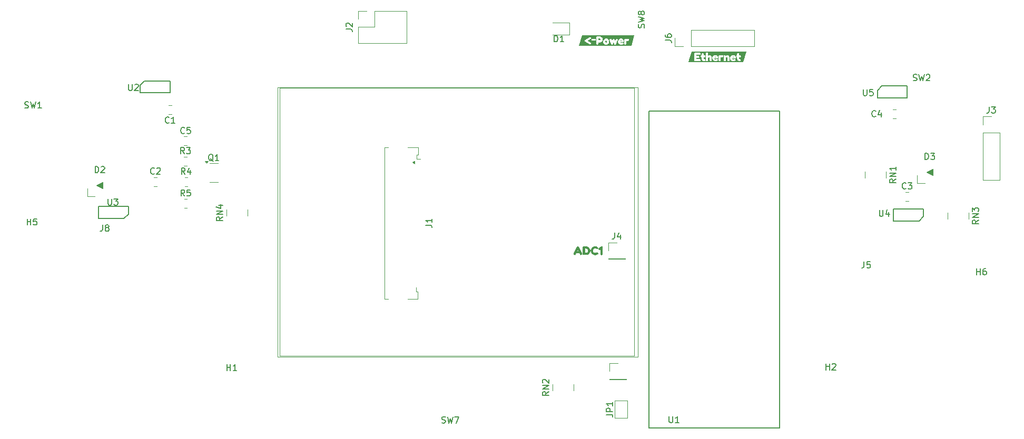
<source format=gbr>
%TF.GenerationSoftware,KiCad,Pcbnew,8.0.0*%
%TF.CreationDate,2024-07-15T05:39:07-05:00*%
%TF.ProjectId,MilkTastic,4d696c6b-5461-4737-9469-632e6b696361,rev?*%
%TF.SameCoordinates,Original*%
%TF.FileFunction,Legend,Top*%
%TF.FilePolarity,Positive*%
%FSLAX46Y46*%
G04 Gerber Fmt 4.6, Leading zero omitted, Abs format (unit mm)*
G04 Created by KiCad (PCBNEW 8.0.0) date 2024-07-15 05:39:07*
%MOMM*%
%LPD*%
G01*
G04 APERTURE LIST*
%ADD10C,0.100000*%
%ADD11C,0.150000*%
%ADD12C,0.000000*%
%ADD13C,0.120000*%
G04 APERTURE END LIST*
D10*
X121294256Y-36895514D02*
X179166814Y-36895514D01*
X179166814Y-80309050D01*
X121294256Y-80309050D01*
X121294256Y-36895514D01*
X121649486Y-36982034D02*
X178649486Y-36982034D01*
X178649486Y-80082034D01*
X121649486Y-80082034D01*
X121649486Y-36982034D01*
D11*
X235666666Y-40044819D02*
X235666666Y-40759104D01*
X235666666Y-40759104D02*
X235619047Y-40901961D01*
X235619047Y-40901961D02*
X235523809Y-40997200D01*
X235523809Y-40997200D02*
X235380952Y-41044819D01*
X235380952Y-41044819D02*
X235285714Y-41044819D01*
X236047619Y-40044819D02*
X236666666Y-40044819D01*
X236666666Y-40044819D02*
X236333333Y-40425771D01*
X236333333Y-40425771D02*
X236476190Y-40425771D01*
X236476190Y-40425771D02*
X236571428Y-40473390D01*
X236571428Y-40473390D02*
X236619047Y-40521009D01*
X236619047Y-40521009D02*
X236666666Y-40616247D01*
X236666666Y-40616247D02*
X236666666Y-40854342D01*
X236666666Y-40854342D02*
X236619047Y-40949580D01*
X236619047Y-40949580D02*
X236571428Y-40997200D01*
X236571428Y-40997200D02*
X236476190Y-41044819D01*
X236476190Y-41044819D02*
X236190476Y-41044819D01*
X236190476Y-41044819D02*
X236095238Y-40997200D01*
X236095238Y-40997200D02*
X236047619Y-40949580D01*
X81038095Y-59054819D02*
X81038095Y-58054819D01*
X81038095Y-58531009D02*
X81609523Y-58531009D01*
X81609523Y-59054819D02*
X81609523Y-58054819D01*
X82561904Y-58054819D02*
X82085714Y-58054819D01*
X82085714Y-58054819D02*
X82038095Y-58531009D01*
X82038095Y-58531009D02*
X82085714Y-58483390D01*
X82085714Y-58483390D02*
X82180952Y-58435771D01*
X82180952Y-58435771D02*
X82419047Y-58435771D01*
X82419047Y-58435771D02*
X82514285Y-58483390D01*
X82514285Y-58483390D02*
X82561904Y-58531009D01*
X82561904Y-58531009D02*
X82609523Y-58626247D01*
X82609523Y-58626247D02*
X82609523Y-58864342D01*
X82609523Y-58864342D02*
X82561904Y-58959580D01*
X82561904Y-58959580D02*
X82514285Y-59007200D01*
X82514285Y-59007200D02*
X82419047Y-59054819D01*
X82419047Y-59054819D02*
X82180952Y-59054819D01*
X82180952Y-59054819D02*
X82085714Y-59007200D01*
X82085714Y-59007200D02*
X82038095Y-58959580D01*
X106320833Y-47604819D02*
X105987500Y-47128628D01*
X105749405Y-47604819D02*
X105749405Y-46604819D01*
X105749405Y-46604819D02*
X106130357Y-46604819D01*
X106130357Y-46604819D02*
X106225595Y-46652438D01*
X106225595Y-46652438D02*
X106273214Y-46700057D01*
X106273214Y-46700057D02*
X106320833Y-46795295D01*
X106320833Y-46795295D02*
X106320833Y-46938152D01*
X106320833Y-46938152D02*
X106273214Y-47033390D01*
X106273214Y-47033390D02*
X106225595Y-47081009D01*
X106225595Y-47081009D02*
X106130357Y-47128628D01*
X106130357Y-47128628D02*
X105749405Y-47128628D01*
X106654167Y-46604819D02*
X107273214Y-46604819D01*
X107273214Y-46604819D02*
X106939881Y-46985771D01*
X106939881Y-46985771D02*
X107082738Y-46985771D01*
X107082738Y-46985771D02*
X107177976Y-47033390D01*
X107177976Y-47033390D02*
X107225595Y-47081009D01*
X107225595Y-47081009D02*
X107273214Y-47176247D01*
X107273214Y-47176247D02*
X107273214Y-47414342D01*
X107273214Y-47414342D02*
X107225595Y-47509580D01*
X107225595Y-47509580D02*
X107177976Y-47557200D01*
X107177976Y-47557200D02*
X107082738Y-47604819D01*
X107082738Y-47604819D02*
X106797024Y-47604819D01*
X106797024Y-47604819D02*
X106701786Y-47557200D01*
X106701786Y-47557200D02*
X106654167Y-47509580D01*
X113138095Y-82454819D02*
X113138095Y-81454819D01*
X113138095Y-81931009D02*
X113709523Y-81931009D01*
X113709523Y-82454819D02*
X113709523Y-81454819D01*
X114709523Y-82454819D02*
X114138095Y-82454819D01*
X114423809Y-82454819D02*
X114423809Y-81454819D01*
X114423809Y-81454819D02*
X114328571Y-81597676D01*
X114328571Y-81597676D02*
X114233333Y-81692914D01*
X114233333Y-81692914D02*
X114138095Y-81740533D01*
X217433333Y-41559580D02*
X217385714Y-41607200D01*
X217385714Y-41607200D02*
X217242857Y-41654819D01*
X217242857Y-41654819D02*
X217147619Y-41654819D01*
X217147619Y-41654819D02*
X217004762Y-41607200D01*
X217004762Y-41607200D02*
X216909524Y-41511961D01*
X216909524Y-41511961D02*
X216861905Y-41416723D01*
X216861905Y-41416723D02*
X216814286Y-41226247D01*
X216814286Y-41226247D02*
X216814286Y-41083390D01*
X216814286Y-41083390D02*
X216861905Y-40892914D01*
X216861905Y-40892914D02*
X216909524Y-40797676D01*
X216909524Y-40797676D02*
X217004762Y-40702438D01*
X217004762Y-40702438D02*
X217147619Y-40654819D01*
X217147619Y-40654819D02*
X217242857Y-40654819D01*
X217242857Y-40654819D02*
X217385714Y-40702438D01*
X217385714Y-40702438D02*
X217433333Y-40750057D01*
X218290476Y-40988152D02*
X218290476Y-41654819D01*
X218052381Y-40607200D02*
X217814286Y-41321485D01*
X217814286Y-41321485D02*
X218433333Y-41321485D01*
X233638095Y-67054819D02*
X233638095Y-66054819D01*
X233638095Y-66531009D02*
X234209523Y-66531009D01*
X234209523Y-67054819D02*
X234209523Y-66054819D01*
X235114285Y-66054819D02*
X234923809Y-66054819D01*
X234923809Y-66054819D02*
X234828571Y-66102438D01*
X234828571Y-66102438D02*
X234780952Y-66150057D01*
X234780952Y-66150057D02*
X234685714Y-66292914D01*
X234685714Y-66292914D02*
X234638095Y-66483390D01*
X234638095Y-66483390D02*
X234638095Y-66864342D01*
X234638095Y-66864342D02*
X234685714Y-66959580D01*
X234685714Y-66959580D02*
X234733333Y-67007200D01*
X234733333Y-67007200D02*
X234828571Y-67054819D01*
X234828571Y-67054819D02*
X235019047Y-67054819D01*
X235019047Y-67054819D02*
X235114285Y-67007200D01*
X235114285Y-67007200D02*
X235161904Y-66959580D01*
X235161904Y-66959580D02*
X235209523Y-66864342D01*
X235209523Y-66864342D02*
X235209523Y-66626247D01*
X235209523Y-66626247D02*
X235161904Y-66531009D01*
X235161904Y-66531009D02*
X235114285Y-66483390D01*
X235114285Y-66483390D02*
X235019047Y-66435771D01*
X235019047Y-66435771D02*
X234828571Y-66435771D01*
X234828571Y-66435771D02*
X234733333Y-66483390D01*
X234733333Y-66483390D02*
X234685714Y-66531009D01*
X234685714Y-66531009D02*
X234638095Y-66626247D01*
X94038095Y-54854819D02*
X94038095Y-55664342D01*
X94038095Y-55664342D02*
X94085714Y-55759580D01*
X94085714Y-55759580D02*
X94133333Y-55807200D01*
X94133333Y-55807200D02*
X94228571Y-55854819D01*
X94228571Y-55854819D02*
X94419047Y-55854819D01*
X94419047Y-55854819D02*
X94514285Y-55807200D01*
X94514285Y-55807200D02*
X94561904Y-55759580D01*
X94561904Y-55759580D02*
X94609523Y-55664342D01*
X94609523Y-55664342D02*
X94609523Y-54854819D01*
X94990476Y-54854819D02*
X95609523Y-54854819D01*
X95609523Y-54854819D02*
X95276190Y-55235771D01*
X95276190Y-55235771D02*
X95419047Y-55235771D01*
X95419047Y-55235771D02*
X95514285Y-55283390D01*
X95514285Y-55283390D02*
X95561904Y-55331009D01*
X95561904Y-55331009D02*
X95609523Y-55426247D01*
X95609523Y-55426247D02*
X95609523Y-55664342D01*
X95609523Y-55664342D02*
X95561904Y-55759580D01*
X95561904Y-55759580D02*
X95514285Y-55807200D01*
X95514285Y-55807200D02*
X95419047Y-55854819D01*
X95419047Y-55854819D02*
X95133333Y-55854819D01*
X95133333Y-55854819D02*
X95038095Y-55807200D01*
X95038095Y-55807200D02*
X94990476Y-55759580D01*
X80666667Y-40207200D02*
X80809524Y-40254819D01*
X80809524Y-40254819D02*
X81047619Y-40254819D01*
X81047619Y-40254819D02*
X81142857Y-40207200D01*
X81142857Y-40207200D02*
X81190476Y-40159580D01*
X81190476Y-40159580D02*
X81238095Y-40064342D01*
X81238095Y-40064342D02*
X81238095Y-39969104D01*
X81238095Y-39969104D02*
X81190476Y-39873866D01*
X81190476Y-39873866D02*
X81142857Y-39826247D01*
X81142857Y-39826247D02*
X81047619Y-39778628D01*
X81047619Y-39778628D02*
X80857143Y-39731009D01*
X80857143Y-39731009D02*
X80761905Y-39683390D01*
X80761905Y-39683390D02*
X80714286Y-39635771D01*
X80714286Y-39635771D02*
X80666667Y-39540533D01*
X80666667Y-39540533D02*
X80666667Y-39445295D01*
X80666667Y-39445295D02*
X80714286Y-39350057D01*
X80714286Y-39350057D02*
X80761905Y-39302438D01*
X80761905Y-39302438D02*
X80857143Y-39254819D01*
X80857143Y-39254819D02*
X81095238Y-39254819D01*
X81095238Y-39254819D02*
X81238095Y-39302438D01*
X81571429Y-39254819D02*
X81809524Y-40254819D01*
X81809524Y-40254819D02*
X82000000Y-39540533D01*
X82000000Y-39540533D02*
X82190476Y-40254819D01*
X82190476Y-40254819D02*
X82428572Y-39254819D01*
X83333333Y-40254819D02*
X82761905Y-40254819D01*
X83047619Y-40254819D02*
X83047619Y-39254819D01*
X83047619Y-39254819D02*
X82952381Y-39397676D01*
X82952381Y-39397676D02*
X82857143Y-39492914D01*
X82857143Y-39492914D02*
X82761905Y-39540533D01*
X132284819Y-27563333D02*
X132999104Y-27563333D01*
X132999104Y-27563333D02*
X133141961Y-27610952D01*
X133141961Y-27610952D02*
X133237200Y-27706190D01*
X133237200Y-27706190D02*
X133284819Y-27849047D01*
X133284819Y-27849047D02*
X133284819Y-27944285D01*
X132380057Y-27134761D02*
X132332438Y-27087142D01*
X132332438Y-27087142D02*
X132284819Y-26991904D01*
X132284819Y-26991904D02*
X132284819Y-26753809D01*
X132284819Y-26753809D02*
X132332438Y-26658571D01*
X132332438Y-26658571D02*
X132380057Y-26610952D01*
X132380057Y-26610952D02*
X132475295Y-26563333D01*
X132475295Y-26563333D02*
X132570533Y-26563333D01*
X132570533Y-26563333D02*
X132713390Y-26610952D01*
X132713390Y-26610952D02*
X133284819Y-27182380D01*
X133284819Y-27182380D02*
X133284819Y-26563333D01*
X112454819Y-57790476D02*
X111978628Y-58123809D01*
X112454819Y-58361904D02*
X111454819Y-58361904D01*
X111454819Y-58361904D02*
X111454819Y-57980952D01*
X111454819Y-57980952D02*
X111502438Y-57885714D01*
X111502438Y-57885714D02*
X111550057Y-57838095D01*
X111550057Y-57838095D02*
X111645295Y-57790476D01*
X111645295Y-57790476D02*
X111788152Y-57790476D01*
X111788152Y-57790476D02*
X111883390Y-57838095D01*
X111883390Y-57838095D02*
X111931009Y-57885714D01*
X111931009Y-57885714D02*
X111978628Y-57980952D01*
X111978628Y-57980952D02*
X111978628Y-58361904D01*
X112454819Y-57361904D02*
X111454819Y-57361904D01*
X111454819Y-57361904D02*
X112454819Y-56790476D01*
X112454819Y-56790476D02*
X111454819Y-56790476D01*
X111788152Y-55885714D02*
X112454819Y-55885714D01*
X111407200Y-56123809D02*
X112121485Y-56361904D01*
X112121485Y-56361904D02*
X112121485Y-55742857D01*
X103833333Y-42579580D02*
X103785714Y-42627200D01*
X103785714Y-42627200D02*
X103642857Y-42674819D01*
X103642857Y-42674819D02*
X103547619Y-42674819D01*
X103547619Y-42674819D02*
X103404762Y-42627200D01*
X103404762Y-42627200D02*
X103309524Y-42531961D01*
X103309524Y-42531961D02*
X103261905Y-42436723D01*
X103261905Y-42436723D02*
X103214286Y-42246247D01*
X103214286Y-42246247D02*
X103214286Y-42103390D01*
X103214286Y-42103390D02*
X103261905Y-41912914D01*
X103261905Y-41912914D02*
X103309524Y-41817676D01*
X103309524Y-41817676D02*
X103404762Y-41722438D01*
X103404762Y-41722438D02*
X103547619Y-41674819D01*
X103547619Y-41674819D02*
X103642857Y-41674819D01*
X103642857Y-41674819D02*
X103785714Y-41722438D01*
X103785714Y-41722438D02*
X103833333Y-41770057D01*
X104785714Y-42674819D02*
X104214286Y-42674819D01*
X104500000Y-42674819D02*
X104500000Y-41674819D01*
X104500000Y-41674819D02*
X104404762Y-41817676D01*
X104404762Y-41817676D02*
X104309524Y-41912914D01*
X104309524Y-41912914D02*
X104214286Y-41960533D01*
X183584819Y-29333333D02*
X184299104Y-29333333D01*
X184299104Y-29333333D02*
X184441961Y-29380952D01*
X184441961Y-29380952D02*
X184537200Y-29476190D01*
X184537200Y-29476190D02*
X184584819Y-29619047D01*
X184584819Y-29619047D02*
X184584819Y-29714285D01*
X183584819Y-28428571D02*
X183584819Y-28619047D01*
X183584819Y-28619047D02*
X183632438Y-28714285D01*
X183632438Y-28714285D02*
X183680057Y-28761904D01*
X183680057Y-28761904D02*
X183822914Y-28857142D01*
X183822914Y-28857142D02*
X184013390Y-28904761D01*
X184013390Y-28904761D02*
X184394342Y-28904761D01*
X184394342Y-28904761D02*
X184489580Y-28857142D01*
X184489580Y-28857142D02*
X184537200Y-28809523D01*
X184537200Y-28809523D02*
X184584819Y-28714285D01*
X184584819Y-28714285D02*
X184584819Y-28523809D01*
X184584819Y-28523809D02*
X184537200Y-28428571D01*
X184537200Y-28428571D02*
X184489580Y-28380952D01*
X184489580Y-28380952D02*
X184394342Y-28333333D01*
X184394342Y-28333333D02*
X184156247Y-28333333D01*
X184156247Y-28333333D02*
X184061009Y-28380952D01*
X184061009Y-28380952D02*
X184013390Y-28428571D01*
X184013390Y-28428571D02*
X183965771Y-28523809D01*
X183965771Y-28523809D02*
X183965771Y-28714285D01*
X183965771Y-28714285D02*
X184013390Y-28809523D01*
X184013390Y-28809523D02*
X184061009Y-28857142D01*
X184061009Y-28857142D02*
X184156247Y-28904761D01*
X220654819Y-51690476D02*
X220178628Y-52023809D01*
X220654819Y-52261904D02*
X219654819Y-52261904D01*
X219654819Y-52261904D02*
X219654819Y-51880952D01*
X219654819Y-51880952D02*
X219702438Y-51785714D01*
X219702438Y-51785714D02*
X219750057Y-51738095D01*
X219750057Y-51738095D02*
X219845295Y-51690476D01*
X219845295Y-51690476D02*
X219988152Y-51690476D01*
X219988152Y-51690476D02*
X220083390Y-51738095D01*
X220083390Y-51738095D02*
X220131009Y-51785714D01*
X220131009Y-51785714D02*
X220178628Y-51880952D01*
X220178628Y-51880952D02*
X220178628Y-52261904D01*
X220654819Y-51261904D02*
X219654819Y-51261904D01*
X219654819Y-51261904D02*
X220654819Y-50690476D01*
X220654819Y-50690476D02*
X219654819Y-50690476D01*
X220654819Y-49690476D02*
X220654819Y-50261904D01*
X220654819Y-49976190D02*
X219654819Y-49976190D01*
X219654819Y-49976190D02*
X219797676Y-50071428D01*
X219797676Y-50071428D02*
X219892914Y-50166666D01*
X219892914Y-50166666D02*
X219940533Y-50261904D01*
X101483333Y-50779580D02*
X101435714Y-50827200D01*
X101435714Y-50827200D02*
X101292857Y-50874819D01*
X101292857Y-50874819D02*
X101197619Y-50874819D01*
X101197619Y-50874819D02*
X101054762Y-50827200D01*
X101054762Y-50827200D02*
X100959524Y-50731961D01*
X100959524Y-50731961D02*
X100911905Y-50636723D01*
X100911905Y-50636723D02*
X100864286Y-50446247D01*
X100864286Y-50446247D02*
X100864286Y-50303390D01*
X100864286Y-50303390D02*
X100911905Y-50112914D01*
X100911905Y-50112914D02*
X100959524Y-50017676D01*
X100959524Y-50017676D02*
X101054762Y-49922438D01*
X101054762Y-49922438D02*
X101197619Y-49874819D01*
X101197619Y-49874819D02*
X101292857Y-49874819D01*
X101292857Y-49874819D02*
X101435714Y-49922438D01*
X101435714Y-49922438D02*
X101483333Y-49970057D01*
X101864286Y-49970057D02*
X101911905Y-49922438D01*
X101911905Y-49922438D02*
X102007143Y-49874819D01*
X102007143Y-49874819D02*
X102245238Y-49874819D01*
X102245238Y-49874819D02*
X102340476Y-49922438D01*
X102340476Y-49922438D02*
X102388095Y-49970057D01*
X102388095Y-49970057D02*
X102435714Y-50065295D01*
X102435714Y-50065295D02*
X102435714Y-50160533D01*
X102435714Y-50160533D02*
X102388095Y-50303390D01*
X102388095Y-50303390D02*
X101816667Y-50874819D01*
X101816667Y-50874819D02*
X102435714Y-50874819D01*
X209438095Y-82354819D02*
X209438095Y-81354819D01*
X209438095Y-81831009D02*
X210009523Y-81831009D01*
X210009523Y-82354819D02*
X210009523Y-81354819D01*
X210438095Y-81450057D02*
X210485714Y-81402438D01*
X210485714Y-81402438D02*
X210580952Y-81354819D01*
X210580952Y-81354819D02*
X210819047Y-81354819D01*
X210819047Y-81354819D02*
X210914285Y-81402438D01*
X210914285Y-81402438D02*
X210961904Y-81450057D01*
X210961904Y-81450057D02*
X211009523Y-81545295D01*
X211009523Y-81545295D02*
X211009523Y-81640533D01*
X211009523Y-81640533D02*
X210961904Y-81783390D01*
X210961904Y-81783390D02*
X210390476Y-82354819D01*
X210390476Y-82354819D02*
X211009523Y-82354819D01*
X218038095Y-56654819D02*
X218038095Y-57464342D01*
X218038095Y-57464342D02*
X218085714Y-57559580D01*
X218085714Y-57559580D02*
X218133333Y-57607200D01*
X218133333Y-57607200D02*
X218228571Y-57654819D01*
X218228571Y-57654819D02*
X218419047Y-57654819D01*
X218419047Y-57654819D02*
X218514285Y-57607200D01*
X218514285Y-57607200D02*
X218561904Y-57559580D01*
X218561904Y-57559580D02*
X218609523Y-57464342D01*
X218609523Y-57464342D02*
X218609523Y-56654819D01*
X219514285Y-56988152D02*
X219514285Y-57654819D01*
X219276190Y-56607200D02*
X219038095Y-57321485D01*
X219038095Y-57321485D02*
X219657142Y-57321485D01*
X215566666Y-64954819D02*
X215566666Y-65669104D01*
X215566666Y-65669104D02*
X215519047Y-65811961D01*
X215519047Y-65811961D02*
X215423809Y-65907200D01*
X215423809Y-65907200D02*
X215280952Y-65954819D01*
X215280952Y-65954819D02*
X215185714Y-65954819D01*
X216519047Y-64954819D02*
X216042857Y-64954819D01*
X216042857Y-64954819D02*
X215995238Y-65431009D01*
X215995238Y-65431009D02*
X216042857Y-65383390D01*
X216042857Y-65383390D02*
X216138095Y-65335771D01*
X216138095Y-65335771D02*
X216376190Y-65335771D01*
X216376190Y-65335771D02*
X216471428Y-65383390D01*
X216471428Y-65383390D02*
X216519047Y-65431009D01*
X216519047Y-65431009D02*
X216566666Y-65526247D01*
X216566666Y-65526247D02*
X216566666Y-65764342D01*
X216566666Y-65764342D02*
X216519047Y-65859580D01*
X216519047Y-65859580D02*
X216471428Y-65907200D01*
X216471428Y-65907200D02*
X216376190Y-65954819D01*
X216376190Y-65954819D02*
X216138095Y-65954819D01*
X216138095Y-65954819D02*
X216042857Y-65907200D01*
X216042857Y-65907200D02*
X215995238Y-65859580D01*
X180207200Y-27333332D02*
X180254819Y-27190475D01*
X180254819Y-27190475D02*
X180254819Y-26952380D01*
X180254819Y-26952380D02*
X180207200Y-26857142D01*
X180207200Y-26857142D02*
X180159580Y-26809523D01*
X180159580Y-26809523D02*
X180064342Y-26761904D01*
X180064342Y-26761904D02*
X179969104Y-26761904D01*
X179969104Y-26761904D02*
X179873866Y-26809523D01*
X179873866Y-26809523D02*
X179826247Y-26857142D01*
X179826247Y-26857142D02*
X179778628Y-26952380D01*
X179778628Y-26952380D02*
X179731009Y-27142856D01*
X179731009Y-27142856D02*
X179683390Y-27238094D01*
X179683390Y-27238094D02*
X179635771Y-27285713D01*
X179635771Y-27285713D02*
X179540533Y-27333332D01*
X179540533Y-27333332D02*
X179445295Y-27333332D01*
X179445295Y-27333332D02*
X179350057Y-27285713D01*
X179350057Y-27285713D02*
X179302438Y-27238094D01*
X179302438Y-27238094D02*
X179254819Y-27142856D01*
X179254819Y-27142856D02*
X179254819Y-26904761D01*
X179254819Y-26904761D02*
X179302438Y-26761904D01*
X179254819Y-26428570D02*
X180254819Y-26190475D01*
X180254819Y-26190475D02*
X179540533Y-25999999D01*
X179540533Y-25999999D02*
X180254819Y-25809523D01*
X180254819Y-25809523D02*
X179254819Y-25571428D01*
X179683390Y-25047618D02*
X179635771Y-25142856D01*
X179635771Y-25142856D02*
X179588152Y-25190475D01*
X179588152Y-25190475D02*
X179492914Y-25238094D01*
X179492914Y-25238094D02*
X179445295Y-25238094D01*
X179445295Y-25238094D02*
X179350057Y-25190475D01*
X179350057Y-25190475D02*
X179302438Y-25142856D01*
X179302438Y-25142856D02*
X179254819Y-25047618D01*
X179254819Y-25047618D02*
X179254819Y-24857142D01*
X179254819Y-24857142D02*
X179302438Y-24761904D01*
X179302438Y-24761904D02*
X179350057Y-24714285D01*
X179350057Y-24714285D02*
X179445295Y-24666666D01*
X179445295Y-24666666D02*
X179492914Y-24666666D01*
X179492914Y-24666666D02*
X179588152Y-24714285D01*
X179588152Y-24714285D02*
X179635771Y-24761904D01*
X179635771Y-24761904D02*
X179683390Y-24857142D01*
X179683390Y-24857142D02*
X179683390Y-25047618D01*
X179683390Y-25047618D02*
X179731009Y-25142856D01*
X179731009Y-25142856D02*
X179778628Y-25190475D01*
X179778628Y-25190475D02*
X179873866Y-25238094D01*
X179873866Y-25238094D02*
X180064342Y-25238094D01*
X180064342Y-25238094D02*
X180159580Y-25190475D01*
X180159580Y-25190475D02*
X180207200Y-25142856D01*
X180207200Y-25142856D02*
X180254819Y-25047618D01*
X180254819Y-25047618D02*
X180254819Y-24857142D01*
X180254819Y-24857142D02*
X180207200Y-24761904D01*
X180207200Y-24761904D02*
X180159580Y-24714285D01*
X180159580Y-24714285D02*
X180064342Y-24666666D01*
X180064342Y-24666666D02*
X179873866Y-24666666D01*
X179873866Y-24666666D02*
X179778628Y-24714285D01*
X179778628Y-24714285D02*
X179731009Y-24761904D01*
X179731009Y-24761904D02*
X179683390Y-24857142D01*
X110942261Y-48800057D02*
X110847023Y-48752438D01*
X110847023Y-48752438D02*
X110751785Y-48657200D01*
X110751785Y-48657200D02*
X110608928Y-48514342D01*
X110608928Y-48514342D02*
X110513690Y-48466723D01*
X110513690Y-48466723D02*
X110418452Y-48466723D01*
X110466071Y-48704819D02*
X110370833Y-48657200D01*
X110370833Y-48657200D02*
X110275595Y-48561961D01*
X110275595Y-48561961D02*
X110227976Y-48371485D01*
X110227976Y-48371485D02*
X110227976Y-48038152D01*
X110227976Y-48038152D02*
X110275595Y-47847676D01*
X110275595Y-47847676D02*
X110370833Y-47752438D01*
X110370833Y-47752438D02*
X110466071Y-47704819D01*
X110466071Y-47704819D02*
X110656547Y-47704819D01*
X110656547Y-47704819D02*
X110751785Y-47752438D01*
X110751785Y-47752438D02*
X110847023Y-47847676D01*
X110847023Y-47847676D02*
X110894642Y-48038152D01*
X110894642Y-48038152D02*
X110894642Y-48371485D01*
X110894642Y-48371485D02*
X110847023Y-48561961D01*
X110847023Y-48561961D02*
X110751785Y-48657200D01*
X110751785Y-48657200D02*
X110656547Y-48704819D01*
X110656547Y-48704819D02*
X110466071Y-48704819D01*
X111847023Y-48704819D02*
X111275595Y-48704819D01*
X111561309Y-48704819D02*
X111561309Y-47704819D01*
X111561309Y-47704819D02*
X111466071Y-47847676D01*
X111466071Y-47847676D02*
X111370833Y-47942914D01*
X111370833Y-47942914D02*
X111275595Y-47990533D01*
X222283333Y-53179580D02*
X222235714Y-53227200D01*
X222235714Y-53227200D02*
X222092857Y-53274819D01*
X222092857Y-53274819D02*
X221997619Y-53274819D01*
X221997619Y-53274819D02*
X221854762Y-53227200D01*
X221854762Y-53227200D02*
X221759524Y-53131961D01*
X221759524Y-53131961D02*
X221711905Y-53036723D01*
X221711905Y-53036723D02*
X221664286Y-52846247D01*
X221664286Y-52846247D02*
X221664286Y-52703390D01*
X221664286Y-52703390D02*
X221711905Y-52512914D01*
X221711905Y-52512914D02*
X221759524Y-52417676D01*
X221759524Y-52417676D02*
X221854762Y-52322438D01*
X221854762Y-52322438D02*
X221997619Y-52274819D01*
X221997619Y-52274819D02*
X222092857Y-52274819D01*
X222092857Y-52274819D02*
X222235714Y-52322438D01*
X222235714Y-52322438D02*
X222283333Y-52370057D01*
X222616667Y-52274819D02*
X223235714Y-52274819D01*
X223235714Y-52274819D02*
X222902381Y-52655771D01*
X222902381Y-52655771D02*
X223045238Y-52655771D01*
X223045238Y-52655771D02*
X223140476Y-52703390D01*
X223140476Y-52703390D02*
X223188095Y-52751009D01*
X223188095Y-52751009D02*
X223235714Y-52846247D01*
X223235714Y-52846247D02*
X223235714Y-53084342D01*
X223235714Y-53084342D02*
X223188095Y-53179580D01*
X223188095Y-53179580D02*
X223140476Y-53227200D01*
X223140476Y-53227200D02*
X223045238Y-53274819D01*
X223045238Y-53274819D02*
X222759524Y-53274819D01*
X222759524Y-53274819D02*
X222664286Y-53227200D01*
X222664286Y-53227200D02*
X222616667Y-53179580D01*
X93166666Y-59054819D02*
X93166666Y-59769104D01*
X93166666Y-59769104D02*
X93119047Y-59911961D01*
X93119047Y-59911961D02*
X93023809Y-60007200D01*
X93023809Y-60007200D02*
X92880952Y-60054819D01*
X92880952Y-60054819D02*
X92785714Y-60054819D01*
X93785714Y-59483390D02*
X93690476Y-59435771D01*
X93690476Y-59435771D02*
X93642857Y-59388152D01*
X93642857Y-59388152D02*
X93595238Y-59292914D01*
X93595238Y-59292914D02*
X93595238Y-59245295D01*
X93595238Y-59245295D02*
X93642857Y-59150057D01*
X93642857Y-59150057D02*
X93690476Y-59102438D01*
X93690476Y-59102438D02*
X93785714Y-59054819D01*
X93785714Y-59054819D02*
X93976190Y-59054819D01*
X93976190Y-59054819D02*
X94071428Y-59102438D01*
X94071428Y-59102438D02*
X94119047Y-59150057D01*
X94119047Y-59150057D02*
X94166666Y-59245295D01*
X94166666Y-59245295D02*
X94166666Y-59292914D01*
X94166666Y-59292914D02*
X94119047Y-59388152D01*
X94119047Y-59388152D02*
X94071428Y-59435771D01*
X94071428Y-59435771D02*
X93976190Y-59483390D01*
X93976190Y-59483390D02*
X93785714Y-59483390D01*
X93785714Y-59483390D02*
X93690476Y-59531009D01*
X93690476Y-59531009D02*
X93642857Y-59578628D01*
X93642857Y-59578628D02*
X93595238Y-59673866D01*
X93595238Y-59673866D02*
X93595238Y-59864342D01*
X93595238Y-59864342D02*
X93642857Y-59959580D01*
X93642857Y-59959580D02*
X93690476Y-60007200D01*
X93690476Y-60007200D02*
X93785714Y-60054819D01*
X93785714Y-60054819D02*
X93976190Y-60054819D01*
X93976190Y-60054819D02*
X94071428Y-60007200D01*
X94071428Y-60007200D02*
X94119047Y-59959580D01*
X94119047Y-59959580D02*
X94166666Y-59864342D01*
X94166666Y-59864342D02*
X94166666Y-59673866D01*
X94166666Y-59673866D02*
X94119047Y-59578628D01*
X94119047Y-59578628D02*
X94071428Y-59531009D01*
X94071428Y-59531009D02*
X93976190Y-59483390D01*
X91961905Y-50654819D02*
X91961905Y-49654819D01*
X91961905Y-49654819D02*
X92200000Y-49654819D01*
X92200000Y-49654819D02*
X92342857Y-49702438D01*
X92342857Y-49702438D02*
X92438095Y-49797676D01*
X92438095Y-49797676D02*
X92485714Y-49892914D01*
X92485714Y-49892914D02*
X92533333Y-50083390D01*
X92533333Y-50083390D02*
X92533333Y-50226247D01*
X92533333Y-50226247D02*
X92485714Y-50416723D01*
X92485714Y-50416723D02*
X92438095Y-50511961D01*
X92438095Y-50511961D02*
X92342857Y-50607200D01*
X92342857Y-50607200D02*
X92200000Y-50654819D01*
X92200000Y-50654819D02*
X91961905Y-50654819D01*
X92914286Y-49750057D02*
X92961905Y-49702438D01*
X92961905Y-49702438D02*
X93057143Y-49654819D01*
X93057143Y-49654819D02*
X93295238Y-49654819D01*
X93295238Y-49654819D02*
X93390476Y-49702438D01*
X93390476Y-49702438D02*
X93438095Y-49750057D01*
X93438095Y-49750057D02*
X93485714Y-49845295D01*
X93485714Y-49845295D02*
X93485714Y-49940533D01*
X93485714Y-49940533D02*
X93438095Y-50083390D01*
X93438095Y-50083390D02*
X92866667Y-50654819D01*
X92866667Y-50654819D02*
X93485714Y-50654819D01*
X175466666Y-60324819D02*
X175466666Y-61039104D01*
X175466666Y-61039104D02*
X175419047Y-61181961D01*
X175419047Y-61181961D02*
X175323809Y-61277200D01*
X175323809Y-61277200D02*
X175180952Y-61324819D01*
X175180952Y-61324819D02*
X175085714Y-61324819D01*
X176371428Y-60658152D02*
X176371428Y-61324819D01*
X176133333Y-60277200D02*
X175895238Y-60991485D01*
X175895238Y-60991485D02*
X176514285Y-60991485D01*
X147691667Y-90857200D02*
X147834524Y-90904819D01*
X147834524Y-90904819D02*
X148072619Y-90904819D01*
X148072619Y-90904819D02*
X148167857Y-90857200D01*
X148167857Y-90857200D02*
X148215476Y-90809580D01*
X148215476Y-90809580D02*
X148263095Y-90714342D01*
X148263095Y-90714342D02*
X148263095Y-90619104D01*
X148263095Y-90619104D02*
X148215476Y-90523866D01*
X148215476Y-90523866D02*
X148167857Y-90476247D01*
X148167857Y-90476247D02*
X148072619Y-90428628D01*
X148072619Y-90428628D02*
X147882143Y-90381009D01*
X147882143Y-90381009D02*
X147786905Y-90333390D01*
X147786905Y-90333390D02*
X147739286Y-90285771D01*
X147739286Y-90285771D02*
X147691667Y-90190533D01*
X147691667Y-90190533D02*
X147691667Y-90095295D01*
X147691667Y-90095295D02*
X147739286Y-90000057D01*
X147739286Y-90000057D02*
X147786905Y-89952438D01*
X147786905Y-89952438D02*
X147882143Y-89904819D01*
X147882143Y-89904819D02*
X148120238Y-89904819D01*
X148120238Y-89904819D02*
X148263095Y-89952438D01*
X148596429Y-89904819D02*
X148834524Y-90904819D01*
X148834524Y-90904819D02*
X149025000Y-90190533D01*
X149025000Y-90190533D02*
X149215476Y-90904819D01*
X149215476Y-90904819D02*
X149453572Y-89904819D01*
X149739286Y-89904819D02*
X150405952Y-89904819D01*
X150405952Y-89904819D02*
X149977381Y-90904819D01*
X165761905Y-29604819D02*
X165761905Y-28604819D01*
X165761905Y-28604819D02*
X166000000Y-28604819D01*
X166000000Y-28604819D02*
X166142857Y-28652438D01*
X166142857Y-28652438D02*
X166238095Y-28747676D01*
X166238095Y-28747676D02*
X166285714Y-28842914D01*
X166285714Y-28842914D02*
X166333333Y-29033390D01*
X166333333Y-29033390D02*
X166333333Y-29176247D01*
X166333333Y-29176247D02*
X166285714Y-29366723D01*
X166285714Y-29366723D02*
X166238095Y-29461961D01*
X166238095Y-29461961D02*
X166142857Y-29557200D01*
X166142857Y-29557200D02*
X166000000Y-29604819D01*
X166000000Y-29604819D02*
X165761905Y-29604819D01*
X167285714Y-29604819D02*
X166714286Y-29604819D01*
X167000000Y-29604819D02*
X167000000Y-28604819D01*
X167000000Y-28604819D02*
X166904762Y-28747676D01*
X166904762Y-28747676D02*
X166809524Y-28842914D01*
X166809524Y-28842914D02*
X166714286Y-28890533D01*
X223466667Y-35807200D02*
X223609524Y-35854819D01*
X223609524Y-35854819D02*
X223847619Y-35854819D01*
X223847619Y-35854819D02*
X223942857Y-35807200D01*
X223942857Y-35807200D02*
X223990476Y-35759580D01*
X223990476Y-35759580D02*
X224038095Y-35664342D01*
X224038095Y-35664342D02*
X224038095Y-35569104D01*
X224038095Y-35569104D02*
X223990476Y-35473866D01*
X223990476Y-35473866D02*
X223942857Y-35426247D01*
X223942857Y-35426247D02*
X223847619Y-35378628D01*
X223847619Y-35378628D02*
X223657143Y-35331009D01*
X223657143Y-35331009D02*
X223561905Y-35283390D01*
X223561905Y-35283390D02*
X223514286Y-35235771D01*
X223514286Y-35235771D02*
X223466667Y-35140533D01*
X223466667Y-35140533D02*
X223466667Y-35045295D01*
X223466667Y-35045295D02*
X223514286Y-34950057D01*
X223514286Y-34950057D02*
X223561905Y-34902438D01*
X223561905Y-34902438D02*
X223657143Y-34854819D01*
X223657143Y-34854819D02*
X223895238Y-34854819D01*
X223895238Y-34854819D02*
X224038095Y-34902438D01*
X224371429Y-34854819D02*
X224609524Y-35854819D01*
X224609524Y-35854819D02*
X224800000Y-35140533D01*
X224800000Y-35140533D02*
X224990476Y-35854819D01*
X224990476Y-35854819D02*
X225228572Y-34854819D01*
X225561905Y-34950057D02*
X225609524Y-34902438D01*
X225609524Y-34902438D02*
X225704762Y-34854819D01*
X225704762Y-34854819D02*
X225942857Y-34854819D01*
X225942857Y-34854819D02*
X226038095Y-34902438D01*
X226038095Y-34902438D02*
X226085714Y-34950057D01*
X226085714Y-34950057D02*
X226133333Y-35045295D01*
X226133333Y-35045295D02*
X226133333Y-35140533D01*
X226133333Y-35140533D02*
X226085714Y-35283390D01*
X226085714Y-35283390D02*
X225514286Y-35854819D01*
X225514286Y-35854819D02*
X226133333Y-35854819D01*
X184238095Y-89854819D02*
X184238095Y-90664342D01*
X184238095Y-90664342D02*
X184285714Y-90759580D01*
X184285714Y-90759580D02*
X184333333Y-90807200D01*
X184333333Y-90807200D02*
X184428571Y-90854819D01*
X184428571Y-90854819D02*
X184619047Y-90854819D01*
X184619047Y-90854819D02*
X184714285Y-90807200D01*
X184714285Y-90807200D02*
X184761904Y-90759580D01*
X184761904Y-90759580D02*
X184809523Y-90664342D01*
X184809523Y-90664342D02*
X184809523Y-89854819D01*
X185809523Y-90854819D02*
X185238095Y-90854819D01*
X185523809Y-90854819D02*
X185523809Y-89854819D01*
X185523809Y-89854819D02*
X185428571Y-89997676D01*
X185428571Y-89997676D02*
X185333333Y-90092914D01*
X185333333Y-90092914D02*
X185238095Y-90140533D01*
X164854819Y-85890476D02*
X164378628Y-86223809D01*
X164854819Y-86461904D02*
X163854819Y-86461904D01*
X163854819Y-86461904D02*
X163854819Y-86080952D01*
X163854819Y-86080952D02*
X163902438Y-85985714D01*
X163902438Y-85985714D02*
X163950057Y-85938095D01*
X163950057Y-85938095D02*
X164045295Y-85890476D01*
X164045295Y-85890476D02*
X164188152Y-85890476D01*
X164188152Y-85890476D02*
X164283390Y-85938095D01*
X164283390Y-85938095D02*
X164331009Y-85985714D01*
X164331009Y-85985714D02*
X164378628Y-86080952D01*
X164378628Y-86080952D02*
X164378628Y-86461904D01*
X164854819Y-85461904D02*
X163854819Y-85461904D01*
X163854819Y-85461904D02*
X164854819Y-84890476D01*
X164854819Y-84890476D02*
X163854819Y-84890476D01*
X163950057Y-84461904D02*
X163902438Y-84414285D01*
X163902438Y-84414285D02*
X163854819Y-84319047D01*
X163854819Y-84319047D02*
X163854819Y-84080952D01*
X163854819Y-84080952D02*
X163902438Y-83985714D01*
X163902438Y-83985714D02*
X163950057Y-83938095D01*
X163950057Y-83938095D02*
X164045295Y-83890476D01*
X164045295Y-83890476D02*
X164140533Y-83890476D01*
X164140533Y-83890476D02*
X164283390Y-83938095D01*
X164283390Y-83938095D02*
X164854819Y-84509523D01*
X164854819Y-84509523D02*
X164854819Y-83890476D01*
X215438095Y-37254819D02*
X215438095Y-38064342D01*
X215438095Y-38064342D02*
X215485714Y-38159580D01*
X215485714Y-38159580D02*
X215533333Y-38207200D01*
X215533333Y-38207200D02*
X215628571Y-38254819D01*
X215628571Y-38254819D02*
X215819047Y-38254819D01*
X215819047Y-38254819D02*
X215914285Y-38207200D01*
X215914285Y-38207200D02*
X215961904Y-38159580D01*
X215961904Y-38159580D02*
X216009523Y-38064342D01*
X216009523Y-38064342D02*
X216009523Y-37254819D01*
X216961904Y-37254819D02*
X216485714Y-37254819D01*
X216485714Y-37254819D02*
X216438095Y-37731009D01*
X216438095Y-37731009D02*
X216485714Y-37683390D01*
X216485714Y-37683390D02*
X216580952Y-37635771D01*
X216580952Y-37635771D02*
X216819047Y-37635771D01*
X216819047Y-37635771D02*
X216914285Y-37683390D01*
X216914285Y-37683390D02*
X216961904Y-37731009D01*
X216961904Y-37731009D02*
X217009523Y-37826247D01*
X217009523Y-37826247D02*
X217009523Y-38064342D01*
X217009523Y-38064342D02*
X216961904Y-38159580D01*
X216961904Y-38159580D02*
X216914285Y-38207200D01*
X216914285Y-38207200D02*
X216819047Y-38254819D01*
X216819047Y-38254819D02*
X216580952Y-38254819D01*
X216580952Y-38254819D02*
X216485714Y-38207200D01*
X216485714Y-38207200D02*
X216438095Y-38159580D01*
X225366905Y-48524819D02*
X225366905Y-47524819D01*
X225366905Y-47524819D02*
X225605000Y-47524819D01*
X225605000Y-47524819D02*
X225747857Y-47572438D01*
X225747857Y-47572438D02*
X225843095Y-47667676D01*
X225843095Y-47667676D02*
X225890714Y-47762914D01*
X225890714Y-47762914D02*
X225938333Y-47953390D01*
X225938333Y-47953390D02*
X225938333Y-48096247D01*
X225938333Y-48096247D02*
X225890714Y-48286723D01*
X225890714Y-48286723D02*
X225843095Y-48381961D01*
X225843095Y-48381961D02*
X225747857Y-48477200D01*
X225747857Y-48477200D02*
X225605000Y-48524819D01*
X225605000Y-48524819D02*
X225366905Y-48524819D01*
X226271667Y-47524819D02*
X226890714Y-47524819D01*
X226890714Y-47524819D02*
X226557381Y-47905771D01*
X226557381Y-47905771D02*
X226700238Y-47905771D01*
X226700238Y-47905771D02*
X226795476Y-47953390D01*
X226795476Y-47953390D02*
X226843095Y-48001009D01*
X226843095Y-48001009D02*
X226890714Y-48096247D01*
X226890714Y-48096247D02*
X226890714Y-48334342D01*
X226890714Y-48334342D02*
X226843095Y-48429580D01*
X226843095Y-48429580D02*
X226795476Y-48477200D01*
X226795476Y-48477200D02*
X226700238Y-48524819D01*
X226700238Y-48524819D02*
X226414524Y-48524819D01*
X226414524Y-48524819D02*
X226319286Y-48477200D01*
X226319286Y-48477200D02*
X226271667Y-48429580D01*
X106333333Y-54404819D02*
X106000000Y-53928628D01*
X105761905Y-54404819D02*
X105761905Y-53404819D01*
X105761905Y-53404819D02*
X106142857Y-53404819D01*
X106142857Y-53404819D02*
X106238095Y-53452438D01*
X106238095Y-53452438D02*
X106285714Y-53500057D01*
X106285714Y-53500057D02*
X106333333Y-53595295D01*
X106333333Y-53595295D02*
X106333333Y-53738152D01*
X106333333Y-53738152D02*
X106285714Y-53833390D01*
X106285714Y-53833390D02*
X106238095Y-53881009D01*
X106238095Y-53881009D02*
X106142857Y-53928628D01*
X106142857Y-53928628D02*
X105761905Y-53928628D01*
X107238095Y-53404819D02*
X106761905Y-53404819D01*
X106761905Y-53404819D02*
X106714286Y-53881009D01*
X106714286Y-53881009D02*
X106761905Y-53833390D01*
X106761905Y-53833390D02*
X106857143Y-53785771D01*
X106857143Y-53785771D02*
X107095238Y-53785771D01*
X107095238Y-53785771D02*
X107190476Y-53833390D01*
X107190476Y-53833390D02*
X107238095Y-53881009D01*
X107238095Y-53881009D02*
X107285714Y-53976247D01*
X107285714Y-53976247D02*
X107285714Y-54214342D01*
X107285714Y-54214342D02*
X107238095Y-54309580D01*
X107238095Y-54309580D02*
X107190476Y-54357200D01*
X107190476Y-54357200D02*
X107095238Y-54404819D01*
X107095238Y-54404819D02*
X106857143Y-54404819D01*
X106857143Y-54404819D02*
X106761905Y-54357200D01*
X106761905Y-54357200D02*
X106714286Y-54309580D01*
X174154819Y-89558333D02*
X174869104Y-89558333D01*
X174869104Y-89558333D02*
X175011961Y-89605952D01*
X175011961Y-89605952D02*
X175107200Y-89701190D01*
X175107200Y-89701190D02*
X175154819Y-89844047D01*
X175154819Y-89844047D02*
X175154819Y-89939285D01*
X175154819Y-89082142D02*
X174154819Y-89082142D01*
X174154819Y-89082142D02*
X174154819Y-88701190D01*
X174154819Y-88701190D02*
X174202438Y-88605952D01*
X174202438Y-88605952D02*
X174250057Y-88558333D01*
X174250057Y-88558333D02*
X174345295Y-88510714D01*
X174345295Y-88510714D02*
X174488152Y-88510714D01*
X174488152Y-88510714D02*
X174583390Y-88558333D01*
X174583390Y-88558333D02*
X174631009Y-88605952D01*
X174631009Y-88605952D02*
X174678628Y-88701190D01*
X174678628Y-88701190D02*
X174678628Y-89082142D01*
X175154819Y-87558333D02*
X175154819Y-88129761D01*
X175154819Y-87844047D02*
X174154819Y-87844047D01*
X174154819Y-87844047D02*
X174297676Y-87939285D01*
X174297676Y-87939285D02*
X174392914Y-88034523D01*
X174392914Y-88034523D02*
X174440533Y-88129761D01*
X97338095Y-36439819D02*
X97338095Y-37249342D01*
X97338095Y-37249342D02*
X97385714Y-37344580D01*
X97385714Y-37344580D02*
X97433333Y-37392200D01*
X97433333Y-37392200D02*
X97528571Y-37439819D01*
X97528571Y-37439819D02*
X97719047Y-37439819D01*
X97719047Y-37439819D02*
X97814285Y-37392200D01*
X97814285Y-37392200D02*
X97861904Y-37344580D01*
X97861904Y-37344580D02*
X97909523Y-37249342D01*
X97909523Y-37249342D02*
X97909523Y-36439819D01*
X98338095Y-36535057D02*
X98385714Y-36487438D01*
X98385714Y-36487438D02*
X98480952Y-36439819D01*
X98480952Y-36439819D02*
X98719047Y-36439819D01*
X98719047Y-36439819D02*
X98814285Y-36487438D01*
X98814285Y-36487438D02*
X98861904Y-36535057D01*
X98861904Y-36535057D02*
X98909523Y-36630295D01*
X98909523Y-36630295D02*
X98909523Y-36725533D01*
X98909523Y-36725533D02*
X98861904Y-36868390D01*
X98861904Y-36868390D02*
X98290476Y-37439819D01*
X98290476Y-37439819D02*
X98909523Y-37439819D01*
X233954819Y-58290476D02*
X233478628Y-58623809D01*
X233954819Y-58861904D02*
X232954819Y-58861904D01*
X232954819Y-58861904D02*
X232954819Y-58480952D01*
X232954819Y-58480952D02*
X233002438Y-58385714D01*
X233002438Y-58385714D02*
X233050057Y-58338095D01*
X233050057Y-58338095D02*
X233145295Y-58290476D01*
X233145295Y-58290476D02*
X233288152Y-58290476D01*
X233288152Y-58290476D02*
X233383390Y-58338095D01*
X233383390Y-58338095D02*
X233431009Y-58385714D01*
X233431009Y-58385714D02*
X233478628Y-58480952D01*
X233478628Y-58480952D02*
X233478628Y-58861904D01*
X233954819Y-57861904D02*
X232954819Y-57861904D01*
X232954819Y-57861904D02*
X233954819Y-57290476D01*
X233954819Y-57290476D02*
X232954819Y-57290476D01*
X232954819Y-56909523D02*
X232954819Y-56290476D01*
X232954819Y-56290476D02*
X233335771Y-56623809D01*
X233335771Y-56623809D02*
X233335771Y-56480952D01*
X233335771Y-56480952D02*
X233383390Y-56385714D01*
X233383390Y-56385714D02*
X233431009Y-56338095D01*
X233431009Y-56338095D02*
X233526247Y-56290476D01*
X233526247Y-56290476D02*
X233764342Y-56290476D01*
X233764342Y-56290476D02*
X233859580Y-56338095D01*
X233859580Y-56338095D02*
X233907200Y-56385714D01*
X233907200Y-56385714D02*
X233954819Y-56480952D01*
X233954819Y-56480952D02*
X233954819Y-56766666D01*
X233954819Y-56766666D02*
X233907200Y-56861904D01*
X233907200Y-56861904D02*
X233859580Y-56909523D01*
X145099819Y-59073333D02*
X145814104Y-59073333D01*
X145814104Y-59073333D02*
X145956961Y-59120952D01*
X145956961Y-59120952D02*
X146052200Y-59216190D01*
X146052200Y-59216190D02*
X146099819Y-59359047D01*
X146099819Y-59359047D02*
X146099819Y-59454285D01*
X146099819Y-58073333D02*
X146099819Y-58644761D01*
X146099819Y-58359047D02*
X145099819Y-58359047D01*
X145099819Y-58359047D02*
X145242676Y-58454285D01*
X145242676Y-58454285D02*
X145337914Y-58549523D01*
X145337914Y-58549523D02*
X145385533Y-58644761D01*
X106420833Y-50904819D02*
X106087500Y-50428628D01*
X105849405Y-50904819D02*
X105849405Y-49904819D01*
X105849405Y-49904819D02*
X106230357Y-49904819D01*
X106230357Y-49904819D02*
X106325595Y-49952438D01*
X106325595Y-49952438D02*
X106373214Y-50000057D01*
X106373214Y-50000057D02*
X106420833Y-50095295D01*
X106420833Y-50095295D02*
X106420833Y-50238152D01*
X106420833Y-50238152D02*
X106373214Y-50333390D01*
X106373214Y-50333390D02*
X106325595Y-50381009D01*
X106325595Y-50381009D02*
X106230357Y-50428628D01*
X106230357Y-50428628D02*
X105849405Y-50428628D01*
X107277976Y-50238152D02*
X107277976Y-50904819D01*
X107039881Y-49857200D02*
X106801786Y-50571485D01*
X106801786Y-50571485D02*
X107420833Y-50571485D01*
X106333333Y-44259580D02*
X106285714Y-44307200D01*
X106285714Y-44307200D02*
X106142857Y-44354819D01*
X106142857Y-44354819D02*
X106047619Y-44354819D01*
X106047619Y-44354819D02*
X105904762Y-44307200D01*
X105904762Y-44307200D02*
X105809524Y-44211961D01*
X105809524Y-44211961D02*
X105761905Y-44116723D01*
X105761905Y-44116723D02*
X105714286Y-43926247D01*
X105714286Y-43926247D02*
X105714286Y-43783390D01*
X105714286Y-43783390D02*
X105761905Y-43592914D01*
X105761905Y-43592914D02*
X105809524Y-43497676D01*
X105809524Y-43497676D02*
X105904762Y-43402438D01*
X105904762Y-43402438D02*
X106047619Y-43354819D01*
X106047619Y-43354819D02*
X106142857Y-43354819D01*
X106142857Y-43354819D02*
X106285714Y-43402438D01*
X106285714Y-43402438D02*
X106333333Y-43450057D01*
X107238095Y-43354819D02*
X106761905Y-43354819D01*
X106761905Y-43354819D02*
X106714286Y-43831009D01*
X106714286Y-43831009D02*
X106761905Y-43783390D01*
X106761905Y-43783390D02*
X106857143Y-43735771D01*
X106857143Y-43735771D02*
X107095238Y-43735771D01*
X107095238Y-43735771D02*
X107190476Y-43783390D01*
X107190476Y-43783390D02*
X107238095Y-43831009D01*
X107238095Y-43831009D02*
X107285714Y-43926247D01*
X107285714Y-43926247D02*
X107285714Y-44164342D01*
X107285714Y-44164342D02*
X107238095Y-44259580D01*
X107238095Y-44259580D02*
X107190476Y-44307200D01*
X107190476Y-44307200D02*
X107095238Y-44354819D01*
X107095238Y-44354819D02*
X106857143Y-44354819D01*
X106857143Y-44354819D02*
X106761905Y-44307200D01*
X106761905Y-44307200D02*
X106714286Y-44259580D01*
D12*
%TO.C,kibuzzard-6692EF4B*%
G36*
X191748927Y-32028827D02*
G01*
X191778684Y-32083691D01*
X191728469Y-32128326D01*
X191520172Y-32128326D01*
X191563877Y-32045565D01*
X191668956Y-32009299D01*
X191748927Y-32028827D01*
G37*
G36*
X194600000Y-32028827D02*
G01*
X194629757Y-32083691D01*
X194579542Y-32128326D01*
X194371245Y-32128326D01*
X194414950Y-32045565D01*
X194520029Y-32009299D01*
X194600000Y-32028827D01*
G37*
G36*
X196147973Y-32850548D02*
G01*
X195760515Y-32850548D01*
X195542918Y-32850548D01*
X194521888Y-32850548D01*
X193764950Y-32850548D01*
X192353362Y-32850548D01*
X191670815Y-32850548D01*
X190913877Y-32850548D01*
X189851931Y-32850548D01*
X188408727Y-32850548D01*
X188239485Y-32850548D01*
X187852027Y-32850548D01*
X187341698Y-32850548D01*
X187445661Y-32504006D01*
X188239485Y-32504006D01*
X188242275Y-32568169D01*
X188259943Y-32619313D01*
X188312017Y-32662089D01*
X188408727Y-32675107D01*
X189093133Y-32675107D01*
X189157296Y-32672318D01*
X189208441Y-32654649D01*
X189251216Y-32602575D01*
X189264235Y-32505866D01*
X189251216Y-32407296D01*
X189209371Y-32355222D01*
X189159156Y-32337554D01*
X189094993Y-32334764D01*
X188579828Y-32334764D01*
X188579828Y-32169242D01*
X188920172Y-32169242D01*
X188981545Y-32166452D01*
X189028040Y-32151574D01*
X189064306Y-32108798D01*
X189074535Y-32026037D01*
X189064306Y-31941416D01*
X189032651Y-31901431D01*
X189308870Y-31901431D01*
X189333977Y-32024177D01*
X189420458Y-32065093D01*
X189466953Y-32065093D01*
X189466953Y-32301288D01*
X189477388Y-32417835D01*
X189508695Y-32512065D01*
X189560873Y-32583977D01*
X189634955Y-32634605D01*
X189731974Y-32664982D01*
X189851931Y-32675107D01*
X189912375Y-32672318D01*
X189963519Y-32654649D01*
X190007225Y-32603505D01*
X190021173Y-32507725D01*
X190020931Y-32505866D01*
X190140200Y-32505866D01*
X190142990Y-32570029D01*
X190160658Y-32620243D01*
X190211803Y-32662089D01*
X190307582Y-32675107D01*
X190404292Y-32662089D01*
X190456366Y-32620243D01*
X190474034Y-32570959D01*
X190476824Y-32507725D01*
X190476824Y-32172961D01*
X190527039Y-32100429D01*
X190620029Y-32068813D01*
X190711159Y-32105079D01*
X190744635Y-32200858D01*
X190744635Y-32504006D01*
X190748355Y-32570029D01*
X190766953Y-32621173D01*
X190818097Y-32662089D01*
X190913877Y-32675107D01*
X191010587Y-32662089D01*
X191062661Y-32620243D01*
X191080329Y-32570029D01*
X191083119Y-32507725D01*
X191083119Y-32206438D01*
X191163090Y-32206438D01*
X191170297Y-32291059D01*
X191191917Y-32373820D01*
X191227718Y-32453791D01*
X191277468Y-32530043D01*
X191345583Y-32597228D01*
X191436481Y-32650000D01*
X191546209Y-32684174D01*
X191670815Y-32695565D01*
X191840057Y-32684987D01*
X191960944Y-32653255D01*
X192033476Y-32600367D01*
X192057654Y-32526323D01*
X192051347Y-32504006D01*
X192185980Y-32504006D01*
X192188770Y-32568169D01*
X192206438Y-32619313D01*
X192257582Y-32662089D01*
X192353362Y-32675107D01*
X192451931Y-32662089D01*
X192504006Y-32620243D01*
X192521674Y-32570959D01*
X192524464Y-32507725D01*
X192524464Y-32504006D01*
X192989413Y-32504006D01*
X192992203Y-32568169D01*
X193009871Y-32618383D01*
X193061016Y-32660229D01*
X193156795Y-32673247D01*
X193253505Y-32660229D01*
X193305579Y-32618383D01*
X193323247Y-32568169D01*
X193326037Y-32505866D01*
X193326037Y-32200858D01*
X193363233Y-32103219D01*
X193461803Y-32066953D01*
X193559442Y-32102289D01*
X193593848Y-32200858D01*
X193593848Y-32504006D01*
X193596638Y-32566309D01*
X193614306Y-32617454D01*
X193666381Y-32660229D01*
X193764950Y-32673247D01*
X193862589Y-32660229D01*
X193913734Y-32618383D01*
X193931402Y-32568169D01*
X193934192Y-32505866D01*
X193934192Y-32206438D01*
X194014163Y-32206438D01*
X194021370Y-32291059D01*
X194042990Y-32373820D01*
X194078791Y-32453791D01*
X194128541Y-32530043D01*
X194196656Y-32597228D01*
X194287554Y-32650000D01*
X194397282Y-32684174D01*
X194521888Y-32695565D01*
X194691130Y-32684987D01*
X194812017Y-32653255D01*
X194884549Y-32600367D01*
X194908727Y-32526323D01*
X194884549Y-32440773D01*
X194834335Y-32373820D01*
X194772961Y-32351502D01*
X194687411Y-32375680D01*
X194536767Y-32399857D01*
X194427039Y-32373820D01*
X194371245Y-32303147D01*
X194767382Y-32303147D01*
X194842936Y-32288966D01*
X194902217Y-32246423D01*
X194940576Y-32177843D01*
X194953362Y-32085551D01*
X194925697Y-31954900D01*
X194889951Y-31901431D01*
X194999857Y-31901431D01*
X195024964Y-32024177D01*
X195111445Y-32065093D01*
X195157940Y-32065093D01*
X195157940Y-32301288D01*
X195168375Y-32417835D01*
X195199682Y-32512065D01*
X195251860Y-32583977D01*
X195325942Y-32634605D01*
X195422961Y-32664982D01*
X195542918Y-32675107D01*
X195603362Y-32672318D01*
X195654506Y-32654649D01*
X195698212Y-32603505D01*
X195712160Y-32507725D01*
X195701001Y-32422175D01*
X195663805Y-32376609D01*
X195613591Y-32358941D01*
X195544778Y-32355222D01*
X195504793Y-32340343D01*
X195494564Y-32284549D01*
X195494564Y-32068813D01*
X195591273Y-32070672D01*
X195654506Y-32066023D01*
X195705651Y-32046495D01*
X195746567Y-31995351D01*
X195760515Y-31903290D01*
X195750286Y-31820529D01*
X195726109Y-31769385D01*
X195686123Y-31743348D01*
X195642418Y-31733119D01*
X195593133Y-31732189D01*
X195494564Y-31735908D01*
X195494564Y-31587124D01*
X195490844Y-31524821D01*
X195472246Y-31472747D01*
X195421102Y-31430901D01*
X195327182Y-31417883D01*
X195229542Y-31429971D01*
X195178398Y-31469027D01*
X195160730Y-31517382D01*
X195157940Y-31579685D01*
X195157940Y-31741488D01*
X195118884Y-31741488D01*
X195029614Y-31781474D01*
X194999857Y-31901431D01*
X194889951Y-31901431D01*
X194842704Y-31830758D01*
X194758083Y-31763599D01*
X194651764Y-31723303D01*
X194523748Y-31709871D01*
X194382920Y-31725266D01*
X194260483Y-31771451D01*
X194156438Y-31848426D01*
X194077396Y-31949785D01*
X194029971Y-32069123D01*
X194014163Y-32206438D01*
X193934192Y-32206438D01*
X193934192Y-32200858D01*
X193923240Y-32071499D01*
X193890383Y-31958671D01*
X193835622Y-31862375D01*
X193760817Y-31789016D01*
X193667827Y-31745001D01*
X193556652Y-31730329D01*
X193421817Y-31765665D01*
X193322318Y-31845637D01*
X193316738Y-31807511D01*
X193296280Y-31772175D01*
X193246066Y-31741488D01*
X193158655Y-31730329D01*
X193061946Y-31742418D01*
X193010801Y-31782403D01*
X192993133Y-31830758D01*
X192989413Y-31892132D01*
X192989413Y-32504006D01*
X192524464Y-32504006D01*
X192524464Y-32145064D01*
X192560730Y-32077182D01*
X192652790Y-32050215D01*
X192698355Y-32064163D01*
X192769957Y-32078112D01*
X192874106Y-32013948D01*
X192904793Y-31942114D01*
X192915021Y-31854936D01*
X192891774Y-31784263D01*
X192831330Y-31742418D01*
X192764378Y-31725680D01*
X192708584Y-31721030D01*
X192609084Y-31742418D01*
X192515165Y-31806581D01*
X192463090Y-31749392D01*
X192355222Y-31730329D01*
X192257582Y-31743348D01*
X192206438Y-31785193D01*
X192188770Y-31834478D01*
X192185980Y-31897711D01*
X192185980Y-32504006D01*
X192051347Y-32504006D01*
X192033476Y-32440773D01*
X191983262Y-32373820D01*
X191921888Y-32351502D01*
X191836338Y-32375680D01*
X191685694Y-32399857D01*
X191575966Y-32373820D01*
X191520172Y-32303147D01*
X191916309Y-32303147D01*
X191991863Y-32288966D01*
X192051144Y-32246423D01*
X192089503Y-32177843D01*
X192102289Y-32085551D01*
X192074624Y-31954900D01*
X191991631Y-31830758D01*
X191907010Y-31763599D01*
X191800691Y-31723303D01*
X191672675Y-31709871D01*
X191531847Y-31725266D01*
X191409410Y-31771451D01*
X191305365Y-31848426D01*
X191226323Y-31949785D01*
X191178898Y-32069123D01*
X191163090Y-32206438D01*
X191083119Y-32206438D01*
X191083119Y-32202718D01*
X191069687Y-32077078D01*
X191029391Y-31965490D01*
X190962232Y-31867954D01*
X190875234Y-31792529D01*
X190775425Y-31747274D01*
X190662804Y-31732189D01*
X190565165Y-31752182D01*
X190476824Y-31812160D01*
X190476824Y-31473677D01*
X190474034Y-31409514D01*
X190456366Y-31359299D01*
X190405222Y-31317454D01*
X190309442Y-31304435D01*
X190211803Y-31317454D01*
X190160658Y-31359299D01*
X190142990Y-31409514D01*
X190140200Y-31471817D01*
X190140200Y-32505866D01*
X190020931Y-32505866D01*
X190010014Y-32422175D01*
X189972818Y-32376609D01*
X189922604Y-32358941D01*
X189853791Y-32355222D01*
X189813805Y-32340343D01*
X189803577Y-32284549D01*
X189803577Y-32068813D01*
X189900286Y-32070672D01*
X189963519Y-32066023D01*
X190014664Y-32046495D01*
X190055579Y-31995351D01*
X190069528Y-31903290D01*
X190059299Y-31820529D01*
X190035122Y-31769385D01*
X189995136Y-31743348D01*
X189951431Y-31733119D01*
X189902146Y-31732189D01*
X189803577Y-31735908D01*
X189803577Y-31587124D01*
X189799857Y-31524821D01*
X189781259Y-31472747D01*
X189730114Y-31430901D01*
X189636195Y-31417883D01*
X189538555Y-31429971D01*
X189487411Y-31469027D01*
X189469742Y-31517382D01*
X189466953Y-31579685D01*
X189466953Y-31741488D01*
X189427897Y-31741488D01*
X189338627Y-31781474D01*
X189308870Y-31901431D01*
X189032651Y-31901431D01*
X189028970Y-31896781D01*
X188984335Y-31881903D01*
X188923891Y-31879113D01*
X188579828Y-31879113D01*
X188579828Y-31713591D01*
X189093133Y-31713591D01*
X189157296Y-31710801D01*
X189208441Y-31693133D01*
X189251216Y-31641059D01*
X189264235Y-31544349D01*
X189251216Y-31445780D01*
X189209371Y-31393705D01*
X189159156Y-31376037D01*
X189094993Y-31373247D01*
X188414306Y-31373247D01*
X188277611Y-31409514D01*
X188239485Y-31542489D01*
X188239485Y-32504006D01*
X187445661Y-32504006D01*
X187852027Y-31149452D01*
X188239485Y-31149452D01*
X195760515Y-31149452D01*
X196147973Y-31149452D01*
X196658302Y-31149452D01*
X196147973Y-32850548D01*
G37*
D13*
%TO.C,J3*%
X234670000Y-41590000D02*
X236000000Y-41590000D01*
X234670000Y-42920000D02*
X234670000Y-41590000D01*
X234670000Y-44190000D02*
X234670000Y-51870000D01*
X234670000Y-44190000D02*
X237330000Y-44190000D01*
X234670000Y-51870000D02*
X237330000Y-51870000D01*
X237330000Y-44190000D02*
X237330000Y-51870000D01*
%TO.C,R3*%
X106260436Y-48065000D02*
X106714564Y-48065000D01*
X106260436Y-49535000D02*
X106714564Y-49535000D01*
%TO.C,C4*%
X220188748Y-40465000D02*
X220711252Y-40465000D01*
X220188748Y-41935000D02*
X220711252Y-41935000D01*
D11*
%TO.C,U3*%
X92500000Y-56100000D02*
X97300000Y-56100000D01*
X92500000Y-58000000D02*
X92500000Y-56100000D01*
X96600000Y-58000000D02*
X92500000Y-58000000D01*
X97300000Y-56100000D02*
X97300000Y-57300000D01*
X97300000Y-57300000D02*
X96600000Y-58000000D01*
D13*
%TO.C,J2*%
X134270000Y-24630000D02*
X135600000Y-24630000D01*
X134270000Y-25960000D02*
X134270000Y-24630000D01*
X134270000Y-27230000D02*
X136870000Y-27230000D01*
X134270000Y-29830000D02*
X134270000Y-27230000D01*
X134270000Y-29830000D02*
X142010000Y-29830000D01*
X136870000Y-24630000D02*
X142010000Y-24630000D01*
X136870000Y-27230000D02*
X136870000Y-24630000D01*
X142010000Y-29830000D02*
X142010000Y-24630000D01*
%TO.C,RN4*%
X113120000Y-56600000D02*
X113120000Y-57600000D01*
X116480000Y-56600000D02*
X116480000Y-57600000D01*
%TO.C,C1*%
X104261252Y-39805000D02*
X103738748Y-39805000D01*
X104261252Y-41275000D02*
X103738748Y-41275000D01*
%TO.C,J6*%
X185130000Y-30330000D02*
X185130000Y-29000000D01*
X186460000Y-30330000D02*
X185130000Y-30330000D01*
X187730000Y-27670000D02*
X197950000Y-27670000D01*
X187730000Y-30330000D02*
X187730000Y-27670000D01*
X187730000Y-30330000D02*
X197950000Y-30330000D01*
X197950000Y-30330000D02*
X197950000Y-27670000D01*
%TO.C,RN1*%
X215720000Y-51500000D02*
X215720000Y-50500000D01*
X219080000Y-51500000D02*
X219080000Y-50500000D01*
%TO.C,C2*%
X101388748Y-51365000D02*
X101911252Y-51365000D01*
X101388748Y-52835000D02*
X101911252Y-52835000D01*
D11*
%TO.C,U4*%
X220300000Y-56500000D02*
X225100000Y-56500000D01*
X220300000Y-58400000D02*
X220300000Y-56500000D01*
X224400000Y-58400000D02*
X220300000Y-58400000D01*
X225100000Y-56500000D02*
X225100000Y-57700000D01*
X225100000Y-57700000D02*
X224400000Y-58400000D01*
D13*
%TO.C,Q1*%
X111037500Y-49090000D02*
X110387500Y-49090000D01*
X111037500Y-49090000D02*
X111687500Y-49090000D01*
X111037500Y-52210000D02*
X110387500Y-52210000D01*
X111037500Y-52210000D02*
X111687500Y-52210000D01*
X109875000Y-49140000D02*
X109635000Y-48810000D01*
X110115000Y-48810000D01*
X109875000Y-49140000D01*
G36*
X109875000Y-49140000D02*
G01*
X109635000Y-48810000D01*
X110115000Y-48810000D01*
X109875000Y-49140000D01*
G37*
%TO.C,C3*%
X222188748Y-53765000D02*
X222711252Y-53765000D01*
X222188748Y-55235000D02*
X222711252Y-55235000D01*
%TO.C,D2*%
X90700000Y-54450000D02*
X90700000Y-53200000D01*
X91950000Y-54450000D02*
X90700000Y-54450000D01*
X93200000Y-53200000D02*
X92200000Y-52700000D01*
X93200000Y-52200000D01*
X93200000Y-53200000D01*
G36*
X93200000Y-53200000D02*
G01*
X92200000Y-52700000D01*
X93200000Y-52200000D01*
X93200000Y-53200000D01*
G37*
%TO.C,J4*%
X174470000Y-61870000D02*
X175800000Y-61870000D01*
X174470000Y-63200000D02*
X174470000Y-61870000D01*
X174470000Y-64470000D02*
X174470000Y-64530000D01*
X174470000Y-64470000D02*
X177130000Y-64470000D01*
X174470000Y-64530000D02*
X177130000Y-64530000D01*
X177130000Y-64470000D02*
X177130000Y-64530000D01*
%TO.C,D1*%
X165500000Y-28460000D02*
X168185000Y-28460000D01*
X168185000Y-26540000D02*
X165500000Y-26540000D01*
X168185000Y-28460000D02*
X168185000Y-26540000D01*
%TO.C,U1*%
D11*
X202010000Y-91730000D02*
X181010000Y-91730000D01*
X181010000Y-40730000D01*
X202010000Y-40730000D01*
X202010000Y-91730000D01*
D13*
%TO.C,RN2*%
X165520000Y-84700000D02*
X165520000Y-85700000D01*
X168880000Y-84700000D02*
X168880000Y-85700000D01*
D11*
%TO.C,U5*%
X217700000Y-37400000D02*
X218400000Y-36700000D01*
X217700000Y-38600000D02*
X217700000Y-37400000D01*
X218400000Y-36700000D02*
X222500000Y-36700000D01*
X222500000Y-36700000D02*
X222500000Y-38600000D01*
X222500000Y-38600000D02*
X217700000Y-38600000D01*
D13*
%TO.C,D3*%
X224105000Y-52320000D02*
X224105000Y-51070000D01*
X225355000Y-52320000D02*
X224105000Y-52320000D01*
X226605000Y-51070000D02*
X225605000Y-50570000D01*
X226605000Y-50070000D01*
X226605000Y-51070000D01*
G36*
X226605000Y-51070000D02*
G01*
X225605000Y-50570000D01*
X226605000Y-50070000D01*
X226605000Y-51070000D01*
G37*
%TO.C,R5*%
X106272936Y-54865000D02*
X106727064Y-54865000D01*
X106272936Y-56335000D02*
X106727064Y-56335000D01*
%TO.C,JP1*%
X175500000Y-87325000D02*
X177500000Y-87325000D01*
X175500000Y-90125000D02*
X175500000Y-87325000D01*
X177500000Y-87325000D02*
X177500000Y-90125000D01*
X177500000Y-90125000D02*
X175500000Y-90125000D01*
%TO.C,J7*%
X174670000Y-81270000D02*
X176000000Y-81270000D01*
X174670000Y-82600000D02*
X174670000Y-81270000D01*
X174670000Y-83870000D02*
X174670000Y-83930000D01*
X174670000Y-83870000D02*
X177330000Y-83870000D01*
X174670000Y-83930000D02*
X177330000Y-83930000D01*
X177330000Y-83870000D02*
X177330000Y-83930000D01*
D11*
%TO.C,U2*%
X99200000Y-36600000D02*
X99900000Y-35900000D01*
X99200000Y-37800000D02*
X99200000Y-36600000D01*
X99900000Y-35900000D02*
X104000000Y-35900000D01*
X104000000Y-35900000D02*
X104000000Y-37800000D01*
X104000000Y-37800000D02*
X99200000Y-37800000D01*
D12*
%TO.C,kibuzzard-6692EF58*%
G36*
X176598212Y-29394421D02*
G01*
X176627969Y-29449285D01*
X176577754Y-29493920D01*
X176369456Y-29493920D01*
X176413162Y-29411159D01*
X176518240Y-29374893D01*
X176598212Y-29394421D01*
G37*
G36*
X173171531Y-29118240D02*
G01*
X173211516Y-29214950D01*
X173167811Y-29317239D01*
X173075751Y-29350715D01*
X172874893Y-29350715D01*
X172874893Y-29079185D01*
X173073891Y-29079185D01*
X173171531Y-29118240D01*
G37*
G36*
X174204649Y-29454864D02*
G01*
X174247425Y-29564592D01*
X174197210Y-29679900D01*
X174093062Y-29717096D01*
X173990773Y-29679900D01*
X173942418Y-29566452D01*
X173986123Y-29457654D01*
X174091202Y-29413948D01*
X174204649Y-29454864D01*
G37*
G36*
X178151764Y-30216142D02*
G01*
X177764306Y-30216142D01*
X177202647Y-30216142D01*
X176520100Y-30216142D01*
X175050858Y-30216142D01*
X174096781Y-30216142D01*
X172703791Y-30216142D01*
X172311373Y-30216142D01*
X171549785Y-30216142D01*
X170635694Y-30216142D01*
X170248236Y-30216142D01*
X169758550Y-30216142D01*
X169995861Y-29425107D01*
X170635694Y-29425107D01*
X170654292Y-29506009D01*
X170710086Y-29562732D01*
X171448426Y-30001645D01*
X171500501Y-30028612D01*
X171549785Y-30037911D01*
X171607439Y-30015594D01*
X171664163Y-29945851D01*
X171699178Y-29867740D01*
X172534549Y-29867740D01*
X172537339Y-29931903D01*
X172555007Y-29983047D01*
X172607082Y-30025823D01*
X172703791Y-30038841D01*
X172802361Y-30025823D01*
X172854435Y-29983977D01*
X172872103Y-29933763D01*
X172874893Y-29869599D01*
X172874893Y-29691059D01*
X173073891Y-29691059D01*
X173149911Y-29683619D01*
X173229185Y-29661302D01*
X173308226Y-29625036D01*
X173383548Y-29575751D01*
X173391146Y-29568312D01*
X173602074Y-29568312D01*
X173619226Y-29701494D01*
X173670680Y-29818352D01*
X173756438Y-29918884D01*
X173862860Y-29995859D01*
X173976307Y-30042044D01*
X174096781Y-30057439D01*
X174216118Y-30042354D01*
X174328636Y-29997099D01*
X174434335Y-29921674D01*
X174519576Y-29821865D01*
X174570720Y-29703457D01*
X174587768Y-29566452D01*
X174571753Y-29435853D01*
X174523708Y-29319305D01*
X174443634Y-29216810D01*
X174401492Y-29184263D01*
X174633333Y-29184263D01*
X174639843Y-29306080D01*
X174887196Y-29914235D01*
X174903934Y-29955150D01*
X174929041Y-29994206D01*
X174979256Y-30034192D01*
X175050858Y-30046280D01*
X175088054Y-30044421D01*
X175118741Y-30037911D01*
X175142918Y-30029542D01*
X175161516Y-30015594D01*
X175175465Y-30001645D01*
X175187554Y-29983047D01*
X175195923Y-29962589D01*
X175205222Y-29938412D01*
X175214521Y-29914235D01*
X175300072Y-29685479D01*
X175385622Y-29914235D01*
X175406080Y-29961660D01*
X175431187Y-30001645D01*
X175478612Y-30036052D01*
X175551144Y-30046280D01*
X175582761Y-30043491D01*
X175609728Y-30036981D01*
X175632976Y-30025823D01*
X175651574Y-30012804D01*
X175667382Y-29996996D01*
X175679471Y-29980258D01*
X175689700Y-29961660D01*
X175698069Y-29944921D01*
X175705508Y-29928183D01*
X175711087Y-29914235D01*
X175852180Y-29572031D01*
X176012375Y-29572031D01*
X176019582Y-29656652D01*
X176041202Y-29739413D01*
X176077003Y-29819385D01*
X176126753Y-29895637D01*
X176194868Y-29962822D01*
X176285765Y-30015594D01*
X176395494Y-30049768D01*
X176520100Y-30061159D01*
X176689342Y-30050581D01*
X176810229Y-30018848D01*
X176882761Y-29965960D01*
X176906938Y-29891917D01*
X176900631Y-29869599D01*
X177035265Y-29869599D01*
X177038054Y-29933763D01*
X177055722Y-29984907D01*
X177106867Y-30027682D01*
X177202647Y-30040701D01*
X177301216Y-30027682D01*
X177353290Y-29985837D01*
X177370959Y-29936552D01*
X177373748Y-29873319D01*
X177373748Y-29510658D01*
X177410014Y-29442775D01*
X177502074Y-29415808D01*
X177547639Y-29429757D01*
X177619242Y-29443705D01*
X177723391Y-29379542D01*
X177754077Y-29307707D01*
X177764306Y-29220529D01*
X177741059Y-29149857D01*
X177680615Y-29108011D01*
X177613662Y-29091273D01*
X177557868Y-29086624D01*
X177458369Y-29108011D01*
X177364449Y-29172175D01*
X177312375Y-29114986D01*
X177204506Y-29095923D01*
X177106867Y-29108941D01*
X177055722Y-29150787D01*
X177038054Y-29200072D01*
X177035265Y-29263305D01*
X177035265Y-29869599D01*
X176900631Y-29869599D01*
X176882761Y-29806366D01*
X176832546Y-29739413D01*
X176771173Y-29717096D01*
X176685622Y-29741273D01*
X176534979Y-29765451D01*
X176425250Y-29739413D01*
X176369456Y-29668741D01*
X176765594Y-29668741D01*
X176841148Y-29654560D01*
X176900429Y-29612017D01*
X176938788Y-29543437D01*
X176951574Y-29451144D01*
X176923909Y-29320494D01*
X176840916Y-29196352D01*
X176756295Y-29129192D01*
X176649976Y-29088897D01*
X176521960Y-29075465D01*
X176381132Y-29090860D01*
X176258695Y-29137045D01*
X176154649Y-29214020D01*
X176075608Y-29315379D01*
X176028183Y-29434716D01*
X176012375Y-29572031D01*
X175852180Y-29572031D01*
X175960300Y-29309800D01*
X175976005Y-29228175D01*
X175941289Y-29159363D01*
X175856152Y-29103362D01*
X175763368Y-29085177D01*
X175690836Y-29119893D01*
X175638555Y-29207511D01*
X175549285Y-29454864D01*
X175463734Y-29216810D01*
X175399571Y-29124750D01*
X175296352Y-29094063D01*
X175200107Y-29124285D01*
X175138269Y-29214950D01*
X175050858Y-29454864D01*
X174950429Y-29177754D01*
X174904554Y-29107288D01*
X174831402Y-29084351D01*
X174730973Y-29108941D01*
X174633333Y-29184263D01*
X174401492Y-29184263D01*
X174340622Y-29137252D01*
X174223764Y-29089517D01*
X174093062Y-29073605D01*
X173965355Y-29089827D01*
X173850048Y-29138491D01*
X173747139Y-29219599D01*
X173666547Y-29323232D01*
X173618193Y-29439469D01*
X173602074Y-29568312D01*
X173391146Y-29568312D01*
X173450268Y-29510426D01*
X173503505Y-29426037D01*
X173538376Y-29326770D01*
X173550000Y-29216810D01*
X173538144Y-29106384D01*
X173502575Y-29005722D01*
X173448873Y-28919939D01*
X173382618Y-28854149D01*
X173308226Y-28804864D01*
X173230114Y-28768598D01*
X173151538Y-28746280D01*
X173075751Y-28738841D01*
X172705651Y-28738841D01*
X172607082Y-28751860D01*
X172555007Y-28794635D01*
X172537339Y-28845780D01*
X172534549Y-28908083D01*
X172534549Y-29867740D01*
X171699178Y-29867740D01*
X171700429Y-29864950D01*
X171690200Y-29804506D01*
X171657654Y-29765451D01*
X171608369Y-29731974D01*
X171095064Y-29428827D01*
X171342942Y-29281903D01*
X171734835Y-29281903D01*
X171744134Y-29367454D01*
X171785515Y-29414878D01*
X171868741Y-29430687D01*
X172311373Y-29430687D01*
X172404363Y-29413948D01*
X172436910Y-29368383D01*
X172447139Y-29283763D01*
X172435980Y-29198212D01*
X172395994Y-29152182D01*
X172313233Y-29136838D01*
X171870601Y-29136838D01*
X171781330Y-29153577D01*
X171745994Y-29198212D01*
X171734835Y-29281903D01*
X171342942Y-29281903D01*
X171606509Y-29125680D01*
X171654864Y-29092203D01*
X171687411Y-29052217D01*
X171697639Y-28991774D01*
X171664163Y-28911803D01*
X171608369Y-28840200D01*
X171551645Y-28818813D01*
X171503290Y-28828112D01*
X171450286Y-28854149D01*
X170711946Y-29293062D01*
X170654757Y-29347461D01*
X170635694Y-29425107D01*
X169995861Y-29425107D01*
X170248236Y-28583858D01*
X170635694Y-28583858D01*
X177764306Y-28583858D01*
X178151764Y-28583858D01*
X178641450Y-28583858D01*
X178151764Y-30216142D01*
G37*
D13*
%TO.C,RN3*%
X229020000Y-58100000D02*
X229020000Y-57100000D01*
X232380000Y-58100000D02*
X232380000Y-57100000D01*
%TO.C,J1*%
X138490000Y-46565000D02*
X138497500Y-70940000D01*
X138497500Y-70940000D02*
X139092500Y-70940000D01*
X139085000Y-46565000D02*
X138490000Y-46565000D01*
X142170000Y-70940000D02*
X143850000Y-70940000D01*
X142995000Y-48990000D02*
X143245000Y-48915000D01*
X142995000Y-48990000D02*
X143320000Y-48765000D01*
X143245000Y-48915000D02*
X143245000Y-49065000D01*
X143245000Y-49065000D02*
X143145000Y-49015000D01*
X143320000Y-48765000D02*
X143320000Y-49190000D01*
X143320000Y-49190000D02*
X142995000Y-48990000D01*
X143590000Y-69760000D02*
X143590000Y-69075000D01*
X143607500Y-47725000D02*
X143867500Y-47725000D01*
X143607500Y-48410000D02*
X143607500Y-47725000D01*
X143607500Y-48410000D02*
X144212500Y-48410000D01*
X143850000Y-69760000D02*
X143590000Y-69760000D01*
X143850000Y-70920000D02*
X143850000Y-69760000D01*
X143867500Y-46565000D02*
X142195000Y-46565000D01*
X143870000Y-47720000D02*
X143870000Y-46560000D01*
%TO.C,R4*%
X106360436Y-51365000D02*
X106814564Y-51365000D01*
X106360436Y-52835000D02*
X106814564Y-52835000D01*
D12*
%TO.C,kibuzzard-6692EF2E*%
G36*
X173511302Y-62531044D02*
G01*
X173551359Y-62674249D01*
X173551359Y-63715737D01*
X173511302Y-63855937D01*
X173369099Y-63895994D01*
X173228898Y-63855937D01*
X173188841Y-63713734D01*
X173188841Y-63036767D01*
X173168813Y-63054793D01*
X173045637Y-63112876D01*
X172926466Y-63042775D01*
X172864378Y-62910587D01*
X172887411Y-62846495D01*
X172948498Y-62778398D01*
X173202861Y-62550072D01*
X173234907Y-62524034D01*
X173371102Y-62489986D01*
X173511302Y-62531044D01*
G37*
G36*
X169661302Y-62517024D02*
G01*
X169729900Y-62598140D01*
X170232618Y-63637625D01*
X170259657Y-63779828D01*
X170148498Y-63877969D01*
X170000286Y-63907010D01*
X169902146Y-63791845D01*
X169810014Y-63601574D01*
X169467525Y-63601574D01*
X169317310Y-63601574D01*
X169225179Y-63793848D01*
X169125036Y-63905007D01*
X168978827Y-63875966D01*
X168866667Y-63778827D01*
X168892704Y-63637625D01*
X169060921Y-63289127D01*
X169467525Y-63289127D01*
X169655794Y-63289127D01*
X169561660Y-63094850D01*
X169467525Y-63289127D01*
X169060921Y-63289127D01*
X169395422Y-62596137D01*
X169465522Y-62519027D01*
X169563662Y-62489986D01*
X169661302Y-62517024D01*
G37*
G36*
X170997711Y-62502754D02*
G01*
X171125894Y-62541059D01*
X171244063Y-62604900D01*
X171352217Y-62694278D01*
X171442471Y-62801431D01*
X171506938Y-62918598D01*
X171545619Y-63045780D01*
X171558512Y-63182976D01*
X171545619Y-63323864D01*
X171506938Y-63454113D01*
X171442471Y-63573721D01*
X171352217Y-63682690D01*
X171243687Y-63773382D01*
X171124392Y-63838162D01*
X170994331Y-63877030D01*
X170853505Y-63889986D01*
X170697282Y-63889986D01*
X170411874Y-63875966D01*
X170356795Y-63832904D01*
X170335765Y-63776824D01*
X170330758Y-63705722D01*
X170330758Y-62856509D01*
X170697282Y-62856509D01*
X170697282Y-63523462D01*
X170859514Y-63523462D01*
X170986195Y-63499177D01*
X171093848Y-63426323D01*
X171167454Y-63318920D01*
X171191989Y-63190987D01*
X171167454Y-63062804D01*
X171093848Y-62954649D01*
X170985694Y-62881044D01*
X170857511Y-62856509D01*
X170697282Y-62856509D01*
X170330758Y-62856509D01*
X170330758Y-62670243D01*
X170333763Y-62603147D01*
X170352790Y-62548069D01*
X170408870Y-62503004D01*
X170515021Y-62489986D01*
X170859514Y-62489986D01*
X170997711Y-62502754D01*
G37*
G36*
X172464918Y-62488428D02*
G01*
X172587760Y-62525815D01*
X172714163Y-62588126D01*
X172768240Y-62626180D01*
X172805293Y-62668240D01*
X172824320Y-62728326D01*
X172780258Y-62840486D01*
X172705150Y-62921602D01*
X172636052Y-62948641D01*
X172527897Y-62902575D01*
X172514878Y-62893562D01*
X172497854Y-62882546D01*
X172478827Y-62871531D01*
X172451788Y-62861516D01*
X172419742Y-62853505D01*
X172379685Y-62846495D01*
X172331617Y-62844492D01*
X172217454Y-62864521D01*
X172104292Y-62923605D01*
X172015165Y-63032761D01*
X171989628Y-63107868D01*
X171981116Y-63192990D01*
X171996388Y-63302396D01*
X172042203Y-63394278D01*
X172107046Y-63464628D01*
X172179399Y-63509442D01*
X172331617Y-63541488D01*
X172437268Y-63524964D01*
X172537911Y-63475393D01*
X172638054Y-63435336D01*
X172706152Y-63463877D01*
X172778255Y-63549499D01*
X172822318Y-63665665D01*
X172794278Y-63738770D01*
X172712160Y-63799857D01*
X172593324Y-63862168D01*
X172469146Y-63899555D01*
X172339628Y-63912017D01*
X172254757Y-63906009D01*
X172164378Y-63887983D01*
X172069742Y-63855687D01*
X171972103Y-63806867D01*
X171878219Y-63743777D01*
X171794850Y-63668670D01*
X171723498Y-63576288D01*
X171665665Y-63461373D01*
X171627361Y-63328684D01*
X171614592Y-63182976D01*
X171627110Y-63042775D01*
X171664664Y-62914592D01*
X171721745Y-62803183D01*
X171792847Y-62713305D01*
X171876216Y-62640200D01*
X171970100Y-62579113D01*
X172068240Y-62531795D01*
X172164378Y-62500000D01*
X172257260Y-62481974D01*
X172345637Y-62475966D01*
X172464918Y-62488428D01*
G37*
D13*
%TO.C,C5*%
X106761252Y-44765000D02*
X106238748Y-44765000D01*
X106761252Y-46235000D02*
X106238748Y-46235000D01*
%TD*%
M02*

</source>
